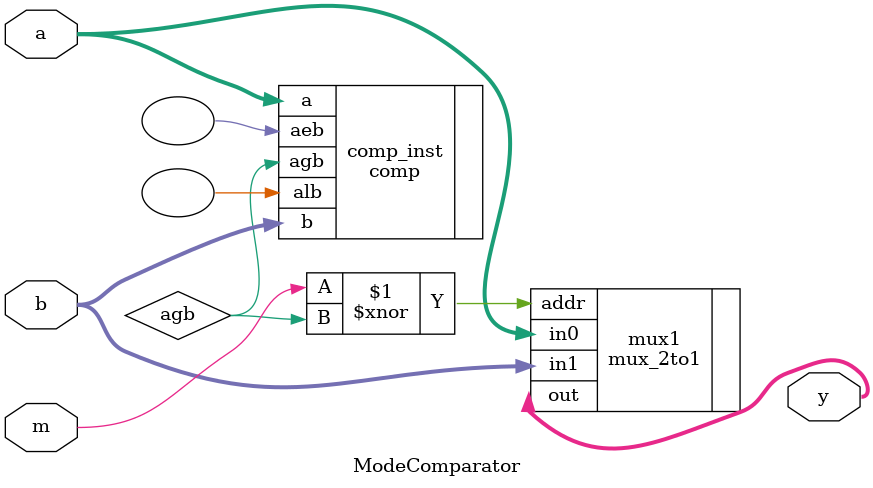
<source format=v>
module ModeComparator(a,b,m,y);
  input [7:0 ] a,b;
  output[7:0] y;  
  input m ;       //// control signal
  wire agb;
  comp #(.n(8))comp_inst (.a(a), .b(b),.agb(agb), .aeb(),.alb());
  wire[7:0] in0,in1 ;
  mux_2to1 #(.n(8)) mux1(.out(y),.in0(a),.in1(b), .addr(m^~agb) ) ; //åå»ºå®ä¾mux1 åæ°ä¸?8 

endmodule 


</source>
